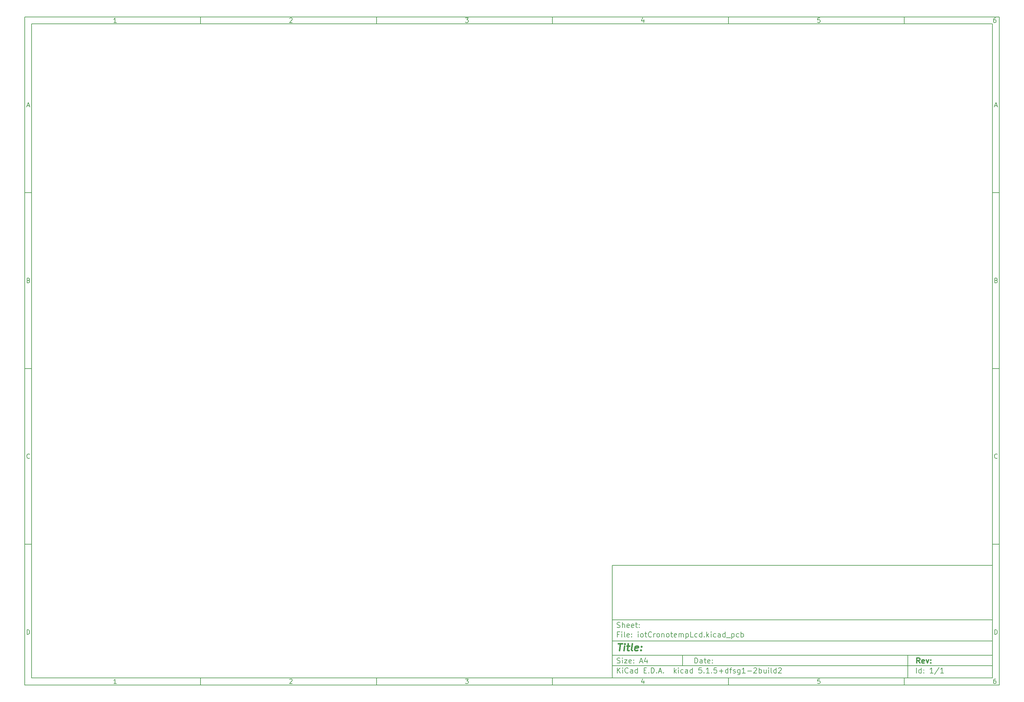
<source format=gbr>
%TF.GenerationSoftware,KiCad,Pcbnew,5.1.5+dfsg1-2build2*%
%TF.CreationDate,2021-01-19T23:04:30+01:00*%
%TF.ProjectId,iotCronotempLcd,696f7443-726f-46e6-9f74-656d704c6364,rev?*%
%TF.SameCoordinates,Original*%
%TF.FileFunction,Paste,Bot*%
%TF.FilePolarity,Positive*%
%FSLAX46Y46*%
G04 Gerber Fmt 4.6, Leading zero omitted, Abs format (unit mm)*
G04 Created by KiCad (PCBNEW 5.1.5+dfsg1-2build2) date 2021-01-19 23:04:30*
%MOMM*%
%LPD*%
G04 APERTURE LIST*
%ADD10C,0.100000*%
%ADD11C,0.150000*%
%ADD12C,0.300000*%
%ADD13C,0.400000*%
G04 APERTURE END LIST*
D10*
D11*
X177002200Y-166007200D02*
X177002200Y-198007200D01*
X285002200Y-198007200D01*
X285002200Y-166007200D01*
X177002200Y-166007200D01*
D10*
D11*
X10000000Y-10000000D02*
X10000000Y-200007200D01*
X287002200Y-200007200D01*
X287002200Y-10000000D01*
X10000000Y-10000000D01*
D10*
D11*
X12000000Y-12000000D02*
X12000000Y-198007200D01*
X285002200Y-198007200D01*
X285002200Y-12000000D01*
X12000000Y-12000000D01*
D10*
D11*
X60000000Y-12000000D02*
X60000000Y-10000000D01*
D10*
D11*
X110000000Y-12000000D02*
X110000000Y-10000000D01*
D10*
D11*
X160000000Y-12000000D02*
X160000000Y-10000000D01*
D10*
D11*
X210000000Y-12000000D02*
X210000000Y-10000000D01*
D10*
D11*
X260000000Y-12000000D02*
X260000000Y-10000000D01*
D10*
D11*
X36065476Y-11588095D02*
X35322619Y-11588095D01*
X35694047Y-11588095D02*
X35694047Y-10288095D01*
X35570238Y-10473809D01*
X35446428Y-10597619D01*
X35322619Y-10659523D01*
D10*
D11*
X85322619Y-10411904D02*
X85384523Y-10350000D01*
X85508333Y-10288095D01*
X85817857Y-10288095D01*
X85941666Y-10350000D01*
X86003571Y-10411904D01*
X86065476Y-10535714D01*
X86065476Y-10659523D01*
X86003571Y-10845238D01*
X85260714Y-11588095D01*
X86065476Y-11588095D01*
D10*
D11*
X135260714Y-10288095D02*
X136065476Y-10288095D01*
X135632142Y-10783333D01*
X135817857Y-10783333D01*
X135941666Y-10845238D01*
X136003571Y-10907142D01*
X136065476Y-11030952D01*
X136065476Y-11340476D01*
X136003571Y-11464285D01*
X135941666Y-11526190D01*
X135817857Y-11588095D01*
X135446428Y-11588095D01*
X135322619Y-11526190D01*
X135260714Y-11464285D01*
D10*
D11*
X185941666Y-10721428D02*
X185941666Y-11588095D01*
X185632142Y-10226190D02*
X185322619Y-11154761D01*
X186127380Y-11154761D01*
D10*
D11*
X236003571Y-10288095D02*
X235384523Y-10288095D01*
X235322619Y-10907142D01*
X235384523Y-10845238D01*
X235508333Y-10783333D01*
X235817857Y-10783333D01*
X235941666Y-10845238D01*
X236003571Y-10907142D01*
X236065476Y-11030952D01*
X236065476Y-11340476D01*
X236003571Y-11464285D01*
X235941666Y-11526190D01*
X235817857Y-11588095D01*
X235508333Y-11588095D01*
X235384523Y-11526190D01*
X235322619Y-11464285D01*
D10*
D11*
X285941666Y-10288095D02*
X285694047Y-10288095D01*
X285570238Y-10350000D01*
X285508333Y-10411904D01*
X285384523Y-10597619D01*
X285322619Y-10845238D01*
X285322619Y-11340476D01*
X285384523Y-11464285D01*
X285446428Y-11526190D01*
X285570238Y-11588095D01*
X285817857Y-11588095D01*
X285941666Y-11526190D01*
X286003571Y-11464285D01*
X286065476Y-11340476D01*
X286065476Y-11030952D01*
X286003571Y-10907142D01*
X285941666Y-10845238D01*
X285817857Y-10783333D01*
X285570238Y-10783333D01*
X285446428Y-10845238D01*
X285384523Y-10907142D01*
X285322619Y-11030952D01*
D10*
D11*
X60000000Y-198007200D02*
X60000000Y-200007200D01*
D10*
D11*
X110000000Y-198007200D02*
X110000000Y-200007200D01*
D10*
D11*
X160000000Y-198007200D02*
X160000000Y-200007200D01*
D10*
D11*
X210000000Y-198007200D02*
X210000000Y-200007200D01*
D10*
D11*
X260000000Y-198007200D02*
X260000000Y-200007200D01*
D10*
D11*
X36065476Y-199595295D02*
X35322619Y-199595295D01*
X35694047Y-199595295D02*
X35694047Y-198295295D01*
X35570238Y-198481009D01*
X35446428Y-198604819D01*
X35322619Y-198666723D01*
D10*
D11*
X85322619Y-198419104D02*
X85384523Y-198357200D01*
X85508333Y-198295295D01*
X85817857Y-198295295D01*
X85941666Y-198357200D01*
X86003571Y-198419104D01*
X86065476Y-198542914D01*
X86065476Y-198666723D01*
X86003571Y-198852438D01*
X85260714Y-199595295D01*
X86065476Y-199595295D01*
D10*
D11*
X135260714Y-198295295D02*
X136065476Y-198295295D01*
X135632142Y-198790533D01*
X135817857Y-198790533D01*
X135941666Y-198852438D01*
X136003571Y-198914342D01*
X136065476Y-199038152D01*
X136065476Y-199347676D01*
X136003571Y-199471485D01*
X135941666Y-199533390D01*
X135817857Y-199595295D01*
X135446428Y-199595295D01*
X135322619Y-199533390D01*
X135260714Y-199471485D01*
D10*
D11*
X185941666Y-198728628D02*
X185941666Y-199595295D01*
X185632142Y-198233390D02*
X185322619Y-199161961D01*
X186127380Y-199161961D01*
D10*
D11*
X236003571Y-198295295D02*
X235384523Y-198295295D01*
X235322619Y-198914342D01*
X235384523Y-198852438D01*
X235508333Y-198790533D01*
X235817857Y-198790533D01*
X235941666Y-198852438D01*
X236003571Y-198914342D01*
X236065476Y-199038152D01*
X236065476Y-199347676D01*
X236003571Y-199471485D01*
X235941666Y-199533390D01*
X235817857Y-199595295D01*
X235508333Y-199595295D01*
X235384523Y-199533390D01*
X235322619Y-199471485D01*
D10*
D11*
X285941666Y-198295295D02*
X285694047Y-198295295D01*
X285570238Y-198357200D01*
X285508333Y-198419104D01*
X285384523Y-198604819D01*
X285322619Y-198852438D01*
X285322619Y-199347676D01*
X285384523Y-199471485D01*
X285446428Y-199533390D01*
X285570238Y-199595295D01*
X285817857Y-199595295D01*
X285941666Y-199533390D01*
X286003571Y-199471485D01*
X286065476Y-199347676D01*
X286065476Y-199038152D01*
X286003571Y-198914342D01*
X285941666Y-198852438D01*
X285817857Y-198790533D01*
X285570238Y-198790533D01*
X285446428Y-198852438D01*
X285384523Y-198914342D01*
X285322619Y-199038152D01*
D10*
D11*
X10000000Y-60000000D02*
X12000000Y-60000000D01*
D10*
D11*
X10000000Y-110000000D02*
X12000000Y-110000000D01*
D10*
D11*
X10000000Y-160000000D02*
X12000000Y-160000000D01*
D10*
D11*
X10690476Y-35216666D02*
X11309523Y-35216666D01*
X10566666Y-35588095D02*
X11000000Y-34288095D01*
X11433333Y-35588095D01*
D10*
D11*
X11092857Y-84907142D02*
X11278571Y-84969047D01*
X11340476Y-85030952D01*
X11402380Y-85154761D01*
X11402380Y-85340476D01*
X11340476Y-85464285D01*
X11278571Y-85526190D01*
X11154761Y-85588095D01*
X10659523Y-85588095D01*
X10659523Y-84288095D01*
X11092857Y-84288095D01*
X11216666Y-84350000D01*
X11278571Y-84411904D01*
X11340476Y-84535714D01*
X11340476Y-84659523D01*
X11278571Y-84783333D01*
X11216666Y-84845238D01*
X11092857Y-84907142D01*
X10659523Y-84907142D01*
D10*
D11*
X11402380Y-135464285D02*
X11340476Y-135526190D01*
X11154761Y-135588095D01*
X11030952Y-135588095D01*
X10845238Y-135526190D01*
X10721428Y-135402380D01*
X10659523Y-135278571D01*
X10597619Y-135030952D01*
X10597619Y-134845238D01*
X10659523Y-134597619D01*
X10721428Y-134473809D01*
X10845238Y-134350000D01*
X11030952Y-134288095D01*
X11154761Y-134288095D01*
X11340476Y-134350000D01*
X11402380Y-134411904D01*
D10*
D11*
X10659523Y-185588095D02*
X10659523Y-184288095D01*
X10969047Y-184288095D01*
X11154761Y-184350000D01*
X11278571Y-184473809D01*
X11340476Y-184597619D01*
X11402380Y-184845238D01*
X11402380Y-185030952D01*
X11340476Y-185278571D01*
X11278571Y-185402380D01*
X11154761Y-185526190D01*
X10969047Y-185588095D01*
X10659523Y-185588095D01*
D10*
D11*
X287002200Y-60000000D02*
X285002200Y-60000000D01*
D10*
D11*
X287002200Y-110000000D02*
X285002200Y-110000000D01*
D10*
D11*
X287002200Y-160000000D02*
X285002200Y-160000000D01*
D10*
D11*
X285692676Y-35216666D02*
X286311723Y-35216666D01*
X285568866Y-35588095D02*
X286002200Y-34288095D01*
X286435533Y-35588095D01*
D10*
D11*
X286095057Y-84907142D02*
X286280771Y-84969047D01*
X286342676Y-85030952D01*
X286404580Y-85154761D01*
X286404580Y-85340476D01*
X286342676Y-85464285D01*
X286280771Y-85526190D01*
X286156961Y-85588095D01*
X285661723Y-85588095D01*
X285661723Y-84288095D01*
X286095057Y-84288095D01*
X286218866Y-84350000D01*
X286280771Y-84411904D01*
X286342676Y-84535714D01*
X286342676Y-84659523D01*
X286280771Y-84783333D01*
X286218866Y-84845238D01*
X286095057Y-84907142D01*
X285661723Y-84907142D01*
D10*
D11*
X286404580Y-135464285D02*
X286342676Y-135526190D01*
X286156961Y-135588095D01*
X286033152Y-135588095D01*
X285847438Y-135526190D01*
X285723628Y-135402380D01*
X285661723Y-135278571D01*
X285599819Y-135030952D01*
X285599819Y-134845238D01*
X285661723Y-134597619D01*
X285723628Y-134473809D01*
X285847438Y-134350000D01*
X286033152Y-134288095D01*
X286156961Y-134288095D01*
X286342676Y-134350000D01*
X286404580Y-134411904D01*
D10*
D11*
X285661723Y-185588095D02*
X285661723Y-184288095D01*
X285971247Y-184288095D01*
X286156961Y-184350000D01*
X286280771Y-184473809D01*
X286342676Y-184597619D01*
X286404580Y-184845238D01*
X286404580Y-185030952D01*
X286342676Y-185278571D01*
X286280771Y-185402380D01*
X286156961Y-185526190D01*
X285971247Y-185588095D01*
X285661723Y-185588095D01*
D10*
D11*
X200434342Y-193785771D02*
X200434342Y-192285771D01*
X200791485Y-192285771D01*
X201005771Y-192357200D01*
X201148628Y-192500057D01*
X201220057Y-192642914D01*
X201291485Y-192928628D01*
X201291485Y-193142914D01*
X201220057Y-193428628D01*
X201148628Y-193571485D01*
X201005771Y-193714342D01*
X200791485Y-193785771D01*
X200434342Y-193785771D01*
X202577200Y-193785771D02*
X202577200Y-193000057D01*
X202505771Y-192857200D01*
X202362914Y-192785771D01*
X202077200Y-192785771D01*
X201934342Y-192857200D01*
X202577200Y-193714342D02*
X202434342Y-193785771D01*
X202077200Y-193785771D01*
X201934342Y-193714342D01*
X201862914Y-193571485D01*
X201862914Y-193428628D01*
X201934342Y-193285771D01*
X202077200Y-193214342D01*
X202434342Y-193214342D01*
X202577200Y-193142914D01*
X203077200Y-192785771D02*
X203648628Y-192785771D01*
X203291485Y-192285771D02*
X203291485Y-193571485D01*
X203362914Y-193714342D01*
X203505771Y-193785771D01*
X203648628Y-193785771D01*
X204720057Y-193714342D02*
X204577200Y-193785771D01*
X204291485Y-193785771D01*
X204148628Y-193714342D01*
X204077200Y-193571485D01*
X204077200Y-193000057D01*
X204148628Y-192857200D01*
X204291485Y-192785771D01*
X204577200Y-192785771D01*
X204720057Y-192857200D01*
X204791485Y-193000057D01*
X204791485Y-193142914D01*
X204077200Y-193285771D01*
X205434342Y-193642914D02*
X205505771Y-193714342D01*
X205434342Y-193785771D01*
X205362914Y-193714342D01*
X205434342Y-193642914D01*
X205434342Y-193785771D01*
X205434342Y-192857200D02*
X205505771Y-192928628D01*
X205434342Y-193000057D01*
X205362914Y-192928628D01*
X205434342Y-192857200D01*
X205434342Y-193000057D01*
D10*
D11*
X177002200Y-194507200D02*
X285002200Y-194507200D01*
D10*
D11*
X178434342Y-196585771D02*
X178434342Y-195085771D01*
X179291485Y-196585771D02*
X178648628Y-195728628D01*
X179291485Y-195085771D02*
X178434342Y-195942914D01*
X179934342Y-196585771D02*
X179934342Y-195585771D01*
X179934342Y-195085771D02*
X179862914Y-195157200D01*
X179934342Y-195228628D01*
X180005771Y-195157200D01*
X179934342Y-195085771D01*
X179934342Y-195228628D01*
X181505771Y-196442914D02*
X181434342Y-196514342D01*
X181220057Y-196585771D01*
X181077200Y-196585771D01*
X180862914Y-196514342D01*
X180720057Y-196371485D01*
X180648628Y-196228628D01*
X180577200Y-195942914D01*
X180577200Y-195728628D01*
X180648628Y-195442914D01*
X180720057Y-195300057D01*
X180862914Y-195157200D01*
X181077200Y-195085771D01*
X181220057Y-195085771D01*
X181434342Y-195157200D01*
X181505771Y-195228628D01*
X182791485Y-196585771D02*
X182791485Y-195800057D01*
X182720057Y-195657200D01*
X182577200Y-195585771D01*
X182291485Y-195585771D01*
X182148628Y-195657200D01*
X182791485Y-196514342D02*
X182648628Y-196585771D01*
X182291485Y-196585771D01*
X182148628Y-196514342D01*
X182077200Y-196371485D01*
X182077200Y-196228628D01*
X182148628Y-196085771D01*
X182291485Y-196014342D01*
X182648628Y-196014342D01*
X182791485Y-195942914D01*
X184148628Y-196585771D02*
X184148628Y-195085771D01*
X184148628Y-196514342D02*
X184005771Y-196585771D01*
X183720057Y-196585771D01*
X183577200Y-196514342D01*
X183505771Y-196442914D01*
X183434342Y-196300057D01*
X183434342Y-195871485D01*
X183505771Y-195728628D01*
X183577200Y-195657200D01*
X183720057Y-195585771D01*
X184005771Y-195585771D01*
X184148628Y-195657200D01*
X186005771Y-195800057D02*
X186505771Y-195800057D01*
X186720057Y-196585771D02*
X186005771Y-196585771D01*
X186005771Y-195085771D01*
X186720057Y-195085771D01*
X187362914Y-196442914D02*
X187434342Y-196514342D01*
X187362914Y-196585771D01*
X187291485Y-196514342D01*
X187362914Y-196442914D01*
X187362914Y-196585771D01*
X188077200Y-196585771D02*
X188077200Y-195085771D01*
X188434342Y-195085771D01*
X188648628Y-195157200D01*
X188791485Y-195300057D01*
X188862914Y-195442914D01*
X188934342Y-195728628D01*
X188934342Y-195942914D01*
X188862914Y-196228628D01*
X188791485Y-196371485D01*
X188648628Y-196514342D01*
X188434342Y-196585771D01*
X188077200Y-196585771D01*
X189577200Y-196442914D02*
X189648628Y-196514342D01*
X189577200Y-196585771D01*
X189505771Y-196514342D01*
X189577200Y-196442914D01*
X189577200Y-196585771D01*
X190220057Y-196157200D02*
X190934342Y-196157200D01*
X190077200Y-196585771D02*
X190577200Y-195085771D01*
X191077200Y-196585771D01*
X191577200Y-196442914D02*
X191648628Y-196514342D01*
X191577200Y-196585771D01*
X191505771Y-196514342D01*
X191577200Y-196442914D01*
X191577200Y-196585771D01*
X194577200Y-196585771D02*
X194577200Y-195085771D01*
X194720057Y-196014342D02*
X195148628Y-196585771D01*
X195148628Y-195585771D02*
X194577200Y-196157200D01*
X195791485Y-196585771D02*
X195791485Y-195585771D01*
X195791485Y-195085771D02*
X195720057Y-195157200D01*
X195791485Y-195228628D01*
X195862914Y-195157200D01*
X195791485Y-195085771D01*
X195791485Y-195228628D01*
X197148628Y-196514342D02*
X197005771Y-196585771D01*
X196720057Y-196585771D01*
X196577200Y-196514342D01*
X196505771Y-196442914D01*
X196434342Y-196300057D01*
X196434342Y-195871485D01*
X196505771Y-195728628D01*
X196577200Y-195657200D01*
X196720057Y-195585771D01*
X197005771Y-195585771D01*
X197148628Y-195657200D01*
X198434342Y-196585771D02*
X198434342Y-195800057D01*
X198362914Y-195657200D01*
X198220057Y-195585771D01*
X197934342Y-195585771D01*
X197791485Y-195657200D01*
X198434342Y-196514342D02*
X198291485Y-196585771D01*
X197934342Y-196585771D01*
X197791485Y-196514342D01*
X197720057Y-196371485D01*
X197720057Y-196228628D01*
X197791485Y-196085771D01*
X197934342Y-196014342D01*
X198291485Y-196014342D01*
X198434342Y-195942914D01*
X199791485Y-196585771D02*
X199791485Y-195085771D01*
X199791485Y-196514342D02*
X199648628Y-196585771D01*
X199362914Y-196585771D01*
X199220057Y-196514342D01*
X199148628Y-196442914D01*
X199077200Y-196300057D01*
X199077200Y-195871485D01*
X199148628Y-195728628D01*
X199220057Y-195657200D01*
X199362914Y-195585771D01*
X199648628Y-195585771D01*
X199791485Y-195657200D01*
X202362914Y-195085771D02*
X201648628Y-195085771D01*
X201577200Y-195800057D01*
X201648628Y-195728628D01*
X201791485Y-195657200D01*
X202148628Y-195657200D01*
X202291485Y-195728628D01*
X202362914Y-195800057D01*
X202434342Y-195942914D01*
X202434342Y-196300057D01*
X202362914Y-196442914D01*
X202291485Y-196514342D01*
X202148628Y-196585771D01*
X201791485Y-196585771D01*
X201648628Y-196514342D01*
X201577200Y-196442914D01*
X203077200Y-196442914D02*
X203148628Y-196514342D01*
X203077200Y-196585771D01*
X203005771Y-196514342D01*
X203077200Y-196442914D01*
X203077200Y-196585771D01*
X204577200Y-196585771D02*
X203720057Y-196585771D01*
X204148628Y-196585771D02*
X204148628Y-195085771D01*
X204005771Y-195300057D01*
X203862914Y-195442914D01*
X203720057Y-195514342D01*
X205220057Y-196442914D02*
X205291485Y-196514342D01*
X205220057Y-196585771D01*
X205148628Y-196514342D01*
X205220057Y-196442914D01*
X205220057Y-196585771D01*
X206648628Y-195085771D02*
X205934342Y-195085771D01*
X205862914Y-195800057D01*
X205934342Y-195728628D01*
X206077200Y-195657200D01*
X206434342Y-195657200D01*
X206577200Y-195728628D01*
X206648628Y-195800057D01*
X206720057Y-195942914D01*
X206720057Y-196300057D01*
X206648628Y-196442914D01*
X206577200Y-196514342D01*
X206434342Y-196585771D01*
X206077200Y-196585771D01*
X205934342Y-196514342D01*
X205862914Y-196442914D01*
X207362914Y-196014342D02*
X208505771Y-196014342D01*
X207934342Y-196585771D02*
X207934342Y-195442914D01*
X209862914Y-196585771D02*
X209862914Y-195085771D01*
X209862914Y-196514342D02*
X209720057Y-196585771D01*
X209434342Y-196585771D01*
X209291485Y-196514342D01*
X209220057Y-196442914D01*
X209148628Y-196300057D01*
X209148628Y-195871485D01*
X209220057Y-195728628D01*
X209291485Y-195657200D01*
X209434342Y-195585771D01*
X209720057Y-195585771D01*
X209862914Y-195657200D01*
X210362914Y-195585771D02*
X210934342Y-195585771D01*
X210577200Y-196585771D02*
X210577200Y-195300057D01*
X210648628Y-195157200D01*
X210791485Y-195085771D01*
X210934342Y-195085771D01*
X211362914Y-196514342D02*
X211505771Y-196585771D01*
X211791485Y-196585771D01*
X211934342Y-196514342D01*
X212005771Y-196371485D01*
X212005771Y-196300057D01*
X211934342Y-196157200D01*
X211791485Y-196085771D01*
X211577200Y-196085771D01*
X211434342Y-196014342D01*
X211362914Y-195871485D01*
X211362914Y-195800057D01*
X211434342Y-195657200D01*
X211577200Y-195585771D01*
X211791485Y-195585771D01*
X211934342Y-195657200D01*
X213291485Y-195585771D02*
X213291485Y-196800057D01*
X213220057Y-196942914D01*
X213148628Y-197014342D01*
X213005771Y-197085771D01*
X212791485Y-197085771D01*
X212648628Y-197014342D01*
X213291485Y-196514342D02*
X213148628Y-196585771D01*
X212862914Y-196585771D01*
X212720057Y-196514342D01*
X212648628Y-196442914D01*
X212577200Y-196300057D01*
X212577200Y-195871485D01*
X212648628Y-195728628D01*
X212720057Y-195657200D01*
X212862914Y-195585771D01*
X213148628Y-195585771D01*
X213291485Y-195657200D01*
X214791485Y-196585771D02*
X213934342Y-196585771D01*
X214362914Y-196585771D02*
X214362914Y-195085771D01*
X214220057Y-195300057D01*
X214077200Y-195442914D01*
X213934342Y-195514342D01*
X215434342Y-196014342D02*
X216577200Y-196014342D01*
X217220057Y-195228628D02*
X217291485Y-195157200D01*
X217434342Y-195085771D01*
X217791485Y-195085771D01*
X217934342Y-195157200D01*
X218005771Y-195228628D01*
X218077200Y-195371485D01*
X218077200Y-195514342D01*
X218005771Y-195728628D01*
X217148628Y-196585771D01*
X218077200Y-196585771D01*
X218720057Y-196585771D02*
X218720057Y-195085771D01*
X218720057Y-195657200D02*
X218862914Y-195585771D01*
X219148628Y-195585771D01*
X219291485Y-195657200D01*
X219362914Y-195728628D01*
X219434342Y-195871485D01*
X219434342Y-196300057D01*
X219362914Y-196442914D01*
X219291485Y-196514342D01*
X219148628Y-196585771D01*
X218862914Y-196585771D01*
X218720057Y-196514342D01*
X220720057Y-195585771D02*
X220720057Y-196585771D01*
X220077200Y-195585771D02*
X220077200Y-196371485D01*
X220148628Y-196514342D01*
X220291485Y-196585771D01*
X220505771Y-196585771D01*
X220648628Y-196514342D01*
X220720057Y-196442914D01*
X221434342Y-196585771D02*
X221434342Y-195585771D01*
X221434342Y-195085771D02*
X221362914Y-195157200D01*
X221434342Y-195228628D01*
X221505771Y-195157200D01*
X221434342Y-195085771D01*
X221434342Y-195228628D01*
X222362914Y-196585771D02*
X222220057Y-196514342D01*
X222148628Y-196371485D01*
X222148628Y-195085771D01*
X223577200Y-196585771D02*
X223577200Y-195085771D01*
X223577200Y-196514342D02*
X223434342Y-196585771D01*
X223148628Y-196585771D01*
X223005771Y-196514342D01*
X222934342Y-196442914D01*
X222862914Y-196300057D01*
X222862914Y-195871485D01*
X222934342Y-195728628D01*
X223005771Y-195657200D01*
X223148628Y-195585771D01*
X223434342Y-195585771D01*
X223577200Y-195657200D01*
X224220057Y-195228628D02*
X224291485Y-195157200D01*
X224434342Y-195085771D01*
X224791485Y-195085771D01*
X224934342Y-195157200D01*
X225005771Y-195228628D01*
X225077200Y-195371485D01*
X225077200Y-195514342D01*
X225005771Y-195728628D01*
X224148628Y-196585771D01*
X225077200Y-196585771D01*
D10*
D11*
X177002200Y-191507200D02*
X285002200Y-191507200D01*
D10*
D12*
X264411485Y-193785771D02*
X263911485Y-193071485D01*
X263554342Y-193785771D02*
X263554342Y-192285771D01*
X264125771Y-192285771D01*
X264268628Y-192357200D01*
X264340057Y-192428628D01*
X264411485Y-192571485D01*
X264411485Y-192785771D01*
X264340057Y-192928628D01*
X264268628Y-193000057D01*
X264125771Y-193071485D01*
X263554342Y-193071485D01*
X265625771Y-193714342D02*
X265482914Y-193785771D01*
X265197200Y-193785771D01*
X265054342Y-193714342D01*
X264982914Y-193571485D01*
X264982914Y-193000057D01*
X265054342Y-192857200D01*
X265197200Y-192785771D01*
X265482914Y-192785771D01*
X265625771Y-192857200D01*
X265697200Y-193000057D01*
X265697200Y-193142914D01*
X264982914Y-193285771D01*
X266197200Y-192785771D02*
X266554342Y-193785771D01*
X266911485Y-192785771D01*
X267482914Y-193642914D02*
X267554342Y-193714342D01*
X267482914Y-193785771D01*
X267411485Y-193714342D01*
X267482914Y-193642914D01*
X267482914Y-193785771D01*
X267482914Y-192857200D02*
X267554342Y-192928628D01*
X267482914Y-193000057D01*
X267411485Y-192928628D01*
X267482914Y-192857200D01*
X267482914Y-193000057D01*
D10*
D11*
X178362914Y-193714342D02*
X178577200Y-193785771D01*
X178934342Y-193785771D01*
X179077200Y-193714342D01*
X179148628Y-193642914D01*
X179220057Y-193500057D01*
X179220057Y-193357200D01*
X179148628Y-193214342D01*
X179077200Y-193142914D01*
X178934342Y-193071485D01*
X178648628Y-193000057D01*
X178505771Y-192928628D01*
X178434342Y-192857200D01*
X178362914Y-192714342D01*
X178362914Y-192571485D01*
X178434342Y-192428628D01*
X178505771Y-192357200D01*
X178648628Y-192285771D01*
X179005771Y-192285771D01*
X179220057Y-192357200D01*
X179862914Y-193785771D02*
X179862914Y-192785771D01*
X179862914Y-192285771D02*
X179791485Y-192357200D01*
X179862914Y-192428628D01*
X179934342Y-192357200D01*
X179862914Y-192285771D01*
X179862914Y-192428628D01*
X180434342Y-192785771D02*
X181220057Y-192785771D01*
X180434342Y-193785771D01*
X181220057Y-193785771D01*
X182362914Y-193714342D02*
X182220057Y-193785771D01*
X181934342Y-193785771D01*
X181791485Y-193714342D01*
X181720057Y-193571485D01*
X181720057Y-193000057D01*
X181791485Y-192857200D01*
X181934342Y-192785771D01*
X182220057Y-192785771D01*
X182362914Y-192857200D01*
X182434342Y-193000057D01*
X182434342Y-193142914D01*
X181720057Y-193285771D01*
X183077200Y-193642914D02*
X183148628Y-193714342D01*
X183077200Y-193785771D01*
X183005771Y-193714342D01*
X183077200Y-193642914D01*
X183077200Y-193785771D01*
X183077200Y-192857200D02*
X183148628Y-192928628D01*
X183077200Y-193000057D01*
X183005771Y-192928628D01*
X183077200Y-192857200D01*
X183077200Y-193000057D01*
X184862914Y-193357200D02*
X185577200Y-193357200D01*
X184720057Y-193785771D02*
X185220057Y-192285771D01*
X185720057Y-193785771D01*
X186862914Y-192785771D02*
X186862914Y-193785771D01*
X186505771Y-192214342D02*
X186148628Y-193285771D01*
X187077200Y-193285771D01*
D10*
D11*
X263434342Y-196585771D02*
X263434342Y-195085771D01*
X264791485Y-196585771D02*
X264791485Y-195085771D01*
X264791485Y-196514342D02*
X264648628Y-196585771D01*
X264362914Y-196585771D01*
X264220057Y-196514342D01*
X264148628Y-196442914D01*
X264077200Y-196300057D01*
X264077200Y-195871485D01*
X264148628Y-195728628D01*
X264220057Y-195657200D01*
X264362914Y-195585771D01*
X264648628Y-195585771D01*
X264791485Y-195657200D01*
X265505771Y-196442914D02*
X265577200Y-196514342D01*
X265505771Y-196585771D01*
X265434342Y-196514342D01*
X265505771Y-196442914D01*
X265505771Y-196585771D01*
X265505771Y-195657200D02*
X265577200Y-195728628D01*
X265505771Y-195800057D01*
X265434342Y-195728628D01*
X265505771Y-195657200D01*
X265505771Y-195800057D01*
X268148628Y-196585771D02*
X267291485Y-196585771D01*
X267720057Y-196585771D02*
X267720057Y-195085771D01*
X267577200Y-195300057D01*
X267434342Y-195442914D01*
X267291485Y-195514342D01*
X269862914Y-195014342D02*
X268577200Y-196942914D01*
X271148628Y-196585771D02*
X270291485Y-196585771D01*
X270720057Y-196585771D02*
X270720057Y-195085771D01*
X270577200Y-195300057D01*
X270434342Y-195442914D01*
X270291485Y-195514342D01*
D10*
D11*
X177002200Y-187507200D02*
X285002200Y-187507200D01*
D10*
D13*
X178714580Y-188211961D02*
X179857438Y-188211961D01*
X179036009Y-190211961D02*
X179286009Y-188211961D01*
X180274104Y-190211961D02*
X180440771Y-188878628D01*
X180524104Y-188211961D02*
X180416961Y-188307200D01*
X180500295Y-188402438D01*
X180607438Y-188307200D01*
X180524104Y-188211961D01*
X180500295Y-188402438D01*
X181107438Y-188878628D02*
X181869342Y-188878628D01*
X181476485Y-188211961D02*
X181262200Y-189926247D01*
X181333628Y-190116723D01*
X181512200Y-190211961D01*
X181702676Y-190211961D01*
X182655057Y-190211961D02*
X182476485Y-190116723D01*
X182405057Y-189926247D01*
X182619342Y-188211961D01*
X184190771Y-190116723D02*
X183988390Y-190211961D01*
X183607438Y-190211961D01*
X183428866Y-190116723D01*
X183357438Y-189926247D01*
X183452676Y-189164342D01*
X183571723Y-188973866D01*
X183774104Y-188878628D01*
X184155057Y-188878628D01*
X184333628Y-188973866D01*
X184405057Y-189164342D01*
X184381247Y-189354819D01*
X183405057Y-189545295D01*
X185155057Y-190021485D02*
X185238390Y-190116723D01*
X185131247Y-190211961D01*
X185047914Y-190116723D01*
X185155057Y-190021485D01*
X185131247Y-190211961D01*
X185286009Y-188973866D02*
X185369342Y-189069104D01*
X185262200Y-189164342D01*
X185178866Y-189069104D01*
X185286009Y-188973866D01*
X185262200Y-189164342D01*
D10*
D11*
X178934342Y-185600057D02*
X178434342Y-185600057D01*
X178434342Y-186385771D02*
X178434342Y-184885771D01*
X179148628Y-184885771D01*
X179720057Y-186385771D02*
X179720057Y-185385771D01*
X179720057Y-184885771D02*
X179648628Y-184957200D01*
X179720057Y-185028628D01*
X179791485Y-184957200D01*
X179720057Y-184885771D01*
X179720057Y-185028628D01*
X180648628Y-186385771D02*
X180505771Y-186314342D01*
X180434342Y-186171485D01*
X180434342Y-184885771D01*
X181791485Y-186314342D02*
X181648628Y-186385771D01*
X181362914Y-186385771D01*
X181220057Y-186314342D01*
X181148628Y-186171485D01*
X181148628Y-185600057D01*
X181220057Y-185457200D01*
X181362914Y-185385771D01*
X181648628Y-185385771D01*
X181791485Y-185457200D01*
X181862914Y-185600057D01*
X181862914Y-185742914D01*
X181148628Y-185885771D01*
X182505771Y-186242914D02*
X182577200Y-186314342D01*
X182505771Y-186385771D01*
X182434342Y-186314342D01*
X182505771Y-186242914D01*
X182505771Y-186385771D01*
X182505771Y-185457200D02*
X182577200Y-185528628D01*
X182505771Y-185600057D01*
X182434342Y-185528628D01*
X182505771Y-185457200D01*
X182505771Y-185600057D01*
X184362914Y-186385771D02*
X184362914Y-185385771D01*
X184362914Y-184885771D02*
X184291485Y-184957200D01*
X184362914Y-185028628D01*
X184434342Y-184957200D01*
X184362914Y-184885771D01*
X184362914Y-185028628D01*
X185291485Y-186385771D02*
X185148628Y-186314342D01*
X185077200Y-186242914D01*
X185005771Y-186100057D01*
X185005771Y-185671485D01*
X185077200Y-185528628D01*
X185148628Y-185457200D01*
X185291485Y-185385771D01*
X185505771Y-185385771D01*
X185648628Y-185457200D01*
X185720057Y-185528628D01*
X185791485Y-185671485D01*
X185791485Y-186100057D01*
X185720057Y-186242914D01*
X185648628Y-186314342D01*
X185505771Y-186385771D01*
X185291485Y-186385771D01*
X186220057Y-185385771D02*
X186791485Y-185385771D01*
X186434342Y-184885771D02*
X186434342Y-186171485D01*
X186505771Y-186314342D01*
X186648628Y-186385771D01*
X186791485Y-186385771D01*
X188148628Y-186242914D02*
X188077200Y-186314342D01*
X187862914Y-186385771D01*
X187720057Y-186385771D01*
X187505771Y-186314342D01*
X187362914Y-186171485D01*
X187291485Y-186028628D01*
X187220057Y-185742914D01*
X187220057Y-185528628D01*
X187291485Y-185242914D01*
X187362914Y-185100057D01*
X187505771Y-184957200D01*
X187720057Y-184885771D01*
X187862914Y-184885771D01*
X188077200Y-184957200D01*
X188148628Y-185028628D01*
X188791485Y-186385771D02*
X188791485Y-185385771D01*
X188791485Y-185671485D02*
X188862914Y-185528628D01*
X188934342Y-185457200D01*
X189077200Y-185385771D01*
X189220057Y-185385771D01*
X189934342Y-186385771D02*
X189791485Y-186314342D01*
X189720057Y-186242914D01*
X189648628Y-186100057D01*
X189648628Y-185671485D01*
X189720057Y-185528628D01*
X189791485Y-185457200D01*
X189934342Y-185385771D01*
X190148628Y-185385771D01*
X190291485Y-185457200D01*
X190362914Y-185528628D01*
X190434342Y-185671485D01*
X190434342Y-186100057D01*
X190362914Y-186242914D01*
X190291485Y-186314342D01*
X190148628Y-186385771D01*
X189934342Y-186385771D01*
X191077200Y-185385771D02*
X191077200Y-186385771D01*
X191077200Y-185528628D02*
X191148628Y-185457200D01*
X191291485Y-185385771D01*
X191505771Y-185385771D01*
X191648628Y-185457200D01*
X191720057Y-185600057D01*
X191720057Y-186385771D01*
X192648628Y-186385771D02*
X192505771Y-186314342D01*
X192434342Y-186242914D01*
X192362914Y-186100057D01*
X192362914Y-185671485D01*
X192434342Y-185528628D01*
X192505771Y-185457200D01*
X192648628Y-185385771D01*
X192862914Y-185385771D01*
X193005771Y-185457200D01*
X193077200Y-185528628D01*
X193148628Y-185671485D01*
X193148628Y-186100057D01*
X193077200Y-186242914D01*
X193005771Y-186314342D01*
X192862914Y-186385771D01*
X192648628Y-186385771D01*
X193577200Y-185385771D02*
X194148628Y-185385771D01*
X193791485Y-184885771D02*
X193791485Y-186171485D01*
X193862914Y-186314342D01*
X194005771Y-186385771D01*
X194148628Y-186385771D01*
X195220057Y-186314342D02*
X195077200Y-186385771D01*
X194791485Y-186385771D01*
X194648628Y-186314342D01*
X194577200Y-186171485D01*
X194577200Y-185600057D01*
X194648628Y-185457200D01*
X194791485Y-185385771D01*
X195077200Y-185385771D01*
X195220057Y-185457200D01*
X195291485Y-185600057D01*
X195291485Y-185742914D01*
X194577200Y-185885771D01*
X195934342Y-186385771D02*
X195934342Y-185385771D01*
X195934342Y-185528628D02*
X196005771Y-185457200D01*
X196148628Y-185385771D01*
X196362914Y-185385771D01*
X196505771Y-185457200D01*
X196577200Y-185600057D01*
X196577200Y-186385771D01*
X196577200Y-185600057D02*
X196648628Y-185457200D01*
X196791485Y-185385771D01*
X197005771Y-185385771D01*
X197148628Y-185457200D01*
X197220057Y-185600057D01*
X197220057Y-186385771D01*
X197934342Y-185385771D02*
X197934342Y-186885771D01*
X197934342Y-185457200D02*
X198077200Y-185385771D01*
X198362914Y-185385771D01*
X198505771Y-185457200D01*
X198577200Y-185528628D01*
X198648628Y-185671485D01*
X198648628Y-186100057D01*
X198577200Y-186242914D01*
X198505771Y-186314342D01*
X198362914Y-186385771D01*
X198077200Y-186385771D01*
X197934342Y-186314342D01*
X200005771Y-186385771D02*
X199291485Y-186385771D01*
X199291485Y-184885771D01*
X201148628Y-186314342D02*
X201005771Y-186385771D01*
X200720057Y-186385771D01*
X200577200Y-186314342D01*
X200505771Y-186242914D01*
X200434342Y-186100057D01*
X200434342Y-185671485D01*
X200505771Y-185528628D01*
X200577200Y-185457200D01*
X200720057Y-185385771D01*
X201005771Y-185385771D01*
X201148628Y-185457200D01*
X202434342Y-186385771D02*
X202434342Y-184885771D01*
X202434342Y-186314342D02*
X202291485Y-186385771D01*
X202005771Y-186385771D01*
X201862914Y-186314342D01*
X201791485Y-186242914D01*
X201720057Y-186100057D01*
X201720057Y-185671485D01*
X201791485Y-185528628D01*
X201862914Y-185457200D01*
X202005771Y-185385771D01*
X202291485Y-185385771D01*
X202434342Y-185457200D01*
X203148628Y-186242914D02*
X203220057Y-186314342D01*
X203148628Y-186385771D01*
X203077200Y-186314342D01*
X203148628Y-186242914D01*
X203148628Y-186385771D01*
X203862914Y-186385771D02*
X203862914Y-184885771D01*
X204005771Y-185814342D02*
X204434342Y-186385771D01*
X204434342Y-185385771D02*
X203862914Y-185957200D01*
X205077200Y-186385771D02*
X205077200Y-185385771D01*
X205077200Y-184885771D02*
X205005771Y-184957200D01*
X205077200Y-185028628D01*
X205148628Y-184957200D01*
X205077200Y-184885771D01*
X205077200Y-185028628D01*
X206434342Y-186314342D02*
X206291485Y-186385771D01*
X206005771Y-186385771D01*
X205862914Y-186314342D01*
X205791485Y-186242914D01*
X205720057Y-186100057D01*
X205720057Y-185671485D01*
X205791485Y-185528628D01*
X205862914Y-185457200D01*
X206005771Y-185385771D01*
X206291485Y-185385771D01*
X206434342Y-185457200D01*
X207720057Y-186385771D02*
X207720057Y-185600057D01*
X207648628Y-185457200D01*
X207505771Y-185385771D01*
X207220057Y-185385771D01*
X207077200Y-185457200D01*
X207720057Y-186314342D02*
X207577200Y-186385771D01*
X207220057Y-186385771D01*
X207077200Y-186314342D01*
X207005771Y-186171485D01*
X207005771Y-186028628D01*
X207077200Y-185885771D01*
X207220057Y-185814342D01*
X207577200Y-185814342D01*
X207720057Y-185742914D01*
X209077200Y-186385771D02*
X209077200Y-184885771D01*
X209077200Y-186314342D02*
X208934342Y-186385771D01*
X208648628Y-186385771D01*
X208505771Y-186314342D01*
X208434342Y-186242914D01*
X208362914Y-186100057D01*
X208362914Y-185671485D01*
X208434342Y-185528628D01*
X208505771Y-185457200D01*
X208648628Y-185385771D01*
X208934342Y-185385771D01*
X209077200Y-185457200D01*
X209434342Y-186528628D02*
X210577200Y-186528628D01*
X210934342Y-185385771D02*
X210934342Y-186885771D01*
X210934342Y-185457200D02*
X211077200Y-185385771D01*
X211362914Y-185385771D01*
X211505771Y-185457200D01*
X211577200Y-185528628D01*
X211648628Y-185671485D01*
X211648628Y-186100057D01*
X211577200Y-186242914D01*
X211505771Y-186314342D01*
X211362914Y-186385771D01*
X211077200Y-186385771D01*
X210934342Y-186314342D01*
X212934342Y-186314342D02*
X212791485Y-186385771D01*
X212505771Y-186385771D01*
X212362914Y-186314342D01*
X212291485Y-186242914D01*
X212220057Y-186100057D01*
X212220057Y-185671485D01*
X212291485Y-185528628D01*
X212362914Y-185457200D01*
X212505771Y-185385771D01*
X212791485Y-185385771D01*
X212934342Y-185457200D01*
X213577200Y-186385771D02*
X213577200Y-184885771D01*
X213577200Y-185457200D02*
X213720057Y-185385771D01*
X214005771Y-185385771D01*
X214148628Y-185457200D01*
X214220057Y-185528628D01*
X214291485Y-185671485D01*
X214291485Y-186100057D01*
X214220057Y-186242914D01*
X214148628Y-186314342D01*
X214005771Y-186385771D01*
X213720057Y-186385771D01*
X213577200Y-186314342D01*
D10*
D11*
X177002200Y-181507200D02*
X285002200Y-181507200D01*
D10*
D11*
X178362914Y-183614342D02*
X178577200Y-183685771D01*
X178934342Y-183685771D01*
X179077200Y-183614342D01*
X179148628Y-183542914D01*
X179220057Y-183400057D01*
X179220057Y-183257200D01*
X179148628Y-183114342D01*
X179077200Y-183042914D01*
X178934342Y-182971485D01*
X178648628Y-182900057D01*
X178505771Y-182828628D01*
X178434342Y-182757200D01*
X178362914Y-182614342D01*
X178362914Y-182471485D01*
X178434342Y-182328628D01*
X178505771Y-182257200D01*
X178648628Y-182185771D01*
X179005771Y-182185771D01*
X179220057Y-182257200D01*
X179862914Y-183685771D02*
X179862914Y-182185771D01*
X180505771Y-183685771D02*
X180505771Y-182900057D01*
X180434342Y-182757200D01*
X180291485Y-182685771D01*
X180077200Y-182685771D01*
X179934342Y-182757200D01*
X179862914Y-182828628D01*
X181791485Y-183614342D02*
X181648628Y-183685771D01*
X181362914Y-183685771D01*
X181220057Y-183614342D01*
X181148628Y-183471485D01*
X181148628Y-182900057D01*
X181220057Y-182757200D01*
X181362914Y-182685771D01*
X181648628Y-182685771D01*
X181791485Y-182757200D01*
X181862914Y-182900057D01*
X181862914Y-183042914D01*
X181148628Y-183185771D01*
X183077200Y-183614342D02*
X182934342Y-183685771D01*
X182648628Y-183685771D01*
X182505771Y-183614342D01*
X182434342Y-183471485D01*
X182434342Y-182900057D01*
X182505771Y-182757200D01*
X182648628Y-182685771D01*
X182934342Y-182685771D01*
X183077200Y-182757200D01*
X183148628Y-182900057D01*
X183148628Y-183042914D01*
X182434342Y-183185771D01*
X183577200Y-182685771D02*
X184148628Y-182685771D01*
X183791485Y-182185771D02*
X183791485Y-183471485D01*
X183862914Y-183614342D01*
X184005771Y-183685771D01*
X184148628Y-183685771D01*
X184648628Y-183542914D02*
X184720057Y-183614342D01*
X184648628Y-183685771D01*
X184577200Y-183614342D01*
X184648628Y-183542914D01*
X184648628Y-183685771D01*
X184648628Y-182757200D02*
X184720057Y-182828628D01*
X184648628Y-182900057D01*
X184577200Y-182828628D01*
X184648628Y-182757200D01*
X184648628Y-182900057D01*
D10*
D11*
X197002200Y-191507200D02*
X197002200Y-194507200D01*
D10*
D11*
X261002200Y-191507200D02*
X261002200Y-198007200D01*
M02*

</source>
